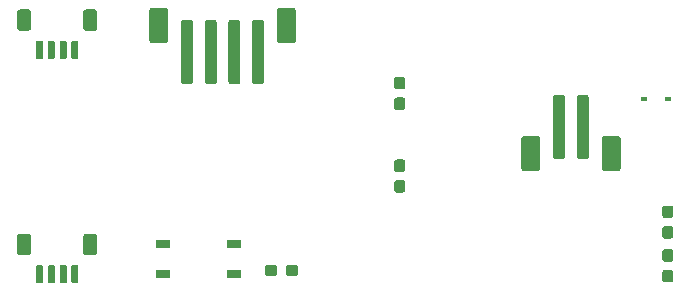
<source format=gtp>
G04 #@! TF.GenerationSoftware,KiCad,Pcbnew,(5.1.5-0)*
G04 #@! TF.CreationDate,2021-01-24T14:42:45-07:00*
G04 #@! TF.ProjectId,back_v3,6261636b-5f76-4332-9e6b-696361645f70,rev?*
G04 #@! TF.SameCoordinates,Original*
G04 #@! TF.FileFunction,Paste,Top*
G04 #@! TF.FilePolarity,Positive*
%FSLAX46Y46*%
G04 Gerber Fmt 4.6, Leading zero omitted, Abs format (unit mm)*
G04 Created by KiCad (PCBNEW (5.1.5-0)) date 2021-01-24 14:42:45*
%MOMM*%
%LPD*%
G04 APERTURE LIST*
%ADD10R,1.200000X0.800000*%
%ADD11C,0.100000*%
%ADD12R,0.600000X0.450000*%
G04 APERTURE END LIST*
D10*
X133000000Y-119730000D03*
X139000000Y-119730000D03*
X139000000Y-122270000D03*
X133000000Y-122270000D03*
D11*
G36*
X142435779Y-121526144D02*
G01*
X142458834Y-121529563D01*
X142481443Y-121535227D01*
X142503387Y-121543079D01*
X142524457Y-121553044D01*
X142544448Y-121565026D01*
X142563168Y-121578910D01*
X142580438Y-121594562D01*
X142596090Y-121611832D01*
X142609974Y-121630552D01*
X142621956Y-121650543D01*
X142631921Y-121671613D01*
X142639773Y-121693557D01*
X142645437Y-121716166D01*
X142648856Y-121739221D01*
X142650000Y-121762500D01*
X142650000Y-122237500D01*
X142648856Y-122260779D01*
X142645437Y-122283834D01*
X142639773Y-122306443D01*
X142631921Y-122328387D01*
X142621956Y-122349457D01*
X142609974Y-122369448D01*
X142596090Y-122388168D01*
X142580438Y-122405438D01*
X142563168Y-122421090D01*
X142544448Y-122434974D01*
X142524457Y-122446956D01*
X142503387Y-122456921D01*
X142481443Y-122464773D01*
X142458834Y-122470437D01*
X142435779Y-122473856D01*
X142412500Y-122475000D01*
X141837500Y-122475000D01*
X141814221Y-122473856D01*
X141791166Y-122470437D01*
X141768557Y-122464773D01*
X141746613Y-122456921D01*
X141725543Y-122446956D01*
X141705552Y-122434974D01*
X141686832Y-122421090D01*
X141669562Y-122405438D01*
X141653910Y-122388168D01*
X141640026Y-122369448D01*
X141628044Y-122349457D01*
X141618079Y-122328387D01*
X141610227Y-122306443D01*
X141604563Y-122283834D01*
X141601144Y-122260779D01*
X141600000Y-122237500D01*
X141600000Y-121762500D01*
X141601144Y-121739221D01*
X141604563Y-121716166D01*
X141610227Y-121693557D01*
X141618079Y-121671613D01*
X141628044Y-121650543D01*
X141640026Y-121630552D01*
X141653910Y-121611832D01*
X141669562Y-121594562D01*
X141686832Y-121578910D01*
X141705552Y-121565026D01*
X141725543Y-121553044D01*
X141746613Y-121543079D01*
X141768557Y-121535227D01*
X141791166Y-121529563D01*
X141814221Y-121526144D01*
X141837500Y-121525000D01*
X142412500Y-121525000D01*
X142435779Y-121526144D01*
G37*
G36*
X144185779Y-121526144D02*
G01*
X144208834Y-121529563D01*
X144231443Y-121535227D01*
X144253387Y-121543079D01*
X144274457Y-121553044D01*
X144294448Y-121565026D01*
X144313168Y-121578910D01*
X144330438Y-121594562D01*
X144346090Y-121611832D01*
X144359974Y-121630552D01*
X144371956Y-121650543D01*
X144381921Y-121671613D01*
X144389773Y-121693557D01*
X144395437Y-121716166D01*
X144398856Y-121739221D01*
X144400000Y-121762500D01*
X144400000Y-122237500D01*
X144398856Y-122260779D01*
X144395437Y-122283834D01*
X144389773Y-122306443D01*
X144381921Y-122328387D01*
X144371956Y-122349457D01*
X144359974Y-122369448D01*
X144346090Y-122388168D01*
X144330438Y-122405438D01*
X144313168Y-122421090D01*
X144294448Y-122434974D01*
X144274457Y-122446956D01*
X144253387Y-122456921D01*
X144231443Y-122464773D01*
X144208834Y-122470437D01*
X144185779Y-122473856D01*
X144162500Y-122475000D01*
X143587500Y-122475000D01*
X143564221Y-122473856D01*
X143541166Y-122470437D01*
X143518557Y-122464773D01*
X143496613Y-122456921D01*
X143475543Y-122446956D01*
X143455552Y-122434974D01*
X143436832Y-122421090D01*
X143419562Y-122405438D01*
X143403910Y-122388168D01*
X143390026Y-122369448D01*
X143378044Y-122349457D01*
X143368079Y-122328387D01*
X143360227Y-122306443D01*
X143354563Y-122283834D01*
X143351144Y-122260779D01*
X143350000Y-122237500D01*
X143350000Y-121762500D01*
X143351144Y-121739221D01*
X143354563Y-121716166D01*
X143360227Y-121693557D01*
X143368079Y-121671613D01*
X143378044Y-121650543D01*
X143390026Y-121630552D01*
X143403910Y-121611832D01*
X143419562Y-121594562D01*
X143436832Y-121578910D01*
X143455552Y-121565026D01*
X143475543Y-121553044D01*
X143496613Y-121543079D01*
X143518557Y-121535227D01*
X143541166Y-121529563D01*
X143564221Y-121526144D01*
X143587500Y-121525000D01*
X144162500Y-121525000D01*
X144185779Y-121526144D01*
G37*
G36*
X127174505Y-118901204D02*
G01*
X127198773Y-118904804D01*
X127222572Y-118910765D01*
X127245671Y-118919030D01*
X127267850Y-118929520D01*
X127288893Y-118942132D01*
X127308599Y-118956747D01*
X127326777Y-118973223D01*
X127343253Y-118991401D01*
X127357868Y-119011107D01*
X127370480Y-119032150D01*
X127380970Y-119054329D01*
X127389235Y-119077428D01*
X127395196Y-119101227D01*
X127398796Y-119125495D01*
X127400000Y-119149999D01*
X127400000Y-120450001D01*
X127398796Y-120474505D01*
X127395196Y-120498773D01*
X127389235Y-120522572D01*
X127380970Y-120545671D01*
X127370480Y-120567850D01*
X127357868Y-120588893D01*
X127343253Y-120608599D01*
X127326777Y-120626777D01*
X127308599Y-120643253D01*
X127288893Y-120657868D01*
X127267850Y-120670480D01*
X127245671Y-120680970D01*
X127222572Y-120689235D01*
X127198773Y-120695196D01*
X127174505Y-120698796D01*
X127150001Y-120700000D01*
X126449999Y-120700000D01*
X126425495Y-120698796D01*
X126401227Y-120695196D01*
X126377428Y-120689235D01*
X126354329Y-120680970D01*
X126332150Y-120670480D01*
X126311107Y-120657868D01*
X126291401Y-120643253D01*
X126273223Y-120626777D01*
X126256747Y-120608599D01*
X126242132Y-120588893D01*
X126229520Y-120567850D01*
X126219030Y-120545671D01*
X126210765Y-120522572D01*
X126204804Y-120498773D01*
X126201204Y-120474505D01*
X126200000Y-120450001D01*
X126200000Y-119149999D01*
X126201204Y-119125495D01*
X126204804Y-119101227D01*
X126210765Y-119077428D01*
X126219030Y-119054329D01*
X126229520Y-119032150D01*
X126242132Y-119011107D01*
X126256747Y-118991401D01*
X126273223Y-118973223D01*
X126291401Y-118956747D01*
X126311107Y-118942132D01*
X126332150Y-118929520D01*
X126354329Y-118919030D01*
X126377428Y-118910765D01*
X126401227Y-118904804D01*
X126425495Y-118901204D01*
X126449999Y-118900000D01*
X127150001Y-118900000D01*
X127174505Y-118901204D01*
G37*
G36*
X121574505Y-118901204D02*
G01*
X121598773Y-118904804D01*
X121622572Y-118910765D01*
X121645671Y-118919030D01*
X121667850Y-118929520D01*
X121688893Y-118942132D01*
X121708599Y-118956747D01*
X121726777Y-118973223D01*
X121743253Y-118991401D01*
X121757868Y-119011107D01*
X121770480Y-119032150D01*
X121780970Y-119054329D01*
X121789235Y-119077428D01*
X121795196Y-119101227D01*
X121798796Y-119125495D01*
X121800000Y-119149999D01*
X121800000Y-120450001D01*
X121798796Y-120474505D01*
X121795196Y-120498773D01*
X121789235Y-120522572D01*
X121780970Y-120545671D01*
X121770480Y-120567850D01*
X121757868Y-120588893D01*
X121743253Y-120608599D01*
X121726777Y-120626777D01*
X121708599Y-120643253D01*
X121688893Y-120657868D01*
X121667850Y-120670480D01*
X121645671Y-120680970D01*
X121622572Y-120689235D01*
X121598773Y-120695196D01*
X121574505Y-120698796D01*
X121550001Y-120700000D01*
X120849999Y-120700000D01*
X120825495Y-120698796D01*
X120801227Y-120695196D01*
X120777428Y-120689235D01*
X120754329Y-120680970D01*
X120732150Y-120670480D01*
X120711107Y-120657868D01*
X120691401Y-120643253D01*
X120673223Y-120626777D01*
X120656747Y-120608599D01*
X120642132Y-120588893D01*
X120629520Y-120567850D01*
X120619030Y-120545671D01*
X120610765Y-120522572D01*
X120604804Y-120498773D01*
X120601204Y-120474505D01*
X120600000Y-120450001D01*
X120600000Y-119149999D01*
X120601204Y-119125495D01*
X120604804Y-119101227D01*
X120610765Y-119077428D01*
X120619030Y-119054329D01*
X120629520Y-119032150D01*
X120642132Y-119011107D01*
X120656747Y-118991401D01*
X120673223Y-118973223D01*
X120691401Y-118956747D01*
X120711107Y-118942132D01*
X120732150Y-118929520D01*
X120754329Y-118919030D01*
X120777428Y-118910765D01*
X120801227Y-118904804D01*
X120825495Y-118901204D01*
X120849999Y-118900000D01*
X121550001Y-118900000D01*
X121574505Y-118901204D01*
G37*
G36*
X125664703Y-121550722D02*
G01*
X125679264Y-121552882D01*
X125693543Y-121556459D01*
X125707403Y-121561418D01*
X125720710Y-121567712D01*
X125733336Y-121575280D01*
X125745159Y-121584048D01*
X125756066Y-121593934D01*
X125765952Y-121604841D01*
X125774720Y-121616664D01*
X125782288Y-121629290D01*
X125788582Y-121642597D01*
X125793541Y-121656457D01*
X125797118Y-121670736D01*
X125799278Y-121685297D01*
X125800000Y-121700000D01*
X125800000Y-122950000D01*
X125799278Y-122964703D01*
X125797118Y-122979264D01*
X125793541Y-122993543D01*
X125788582Y-123007403D01*
X125782288Y-123020710D01*
X125774720Y-123033336D01*
X125765952Y-123045159D01*
X125756066Y-123056066D01*
X125745159Y-123065952D01*
X125733336Y-123074720D01*
X125720710Y-123082288D01*
X125707403Y-123088582D01*
X125693543Y-123093541D01*
X125679264Y-123097118D01*
X125664703Y-123099278D01*
X125650000Y-123100000D01*
X125350000Y-123100000D01*
X125335297Y-123099278D01*
X125320736Y-123097118D01*
X125306457Y-123093541D01*
X125292597Y-123088582D01*
X125279290Y-123082288D01*
X125266664Y-123074720D01*
X125254841Y-123065952D01*
X125243934Y-123056066D01*
X125234048Y-123045159D01*
X125225280Y-123033336D01*
X125217712Y-123020710D01*
X125211418Y-123007403D01*
X125206459Y-122993543D01*
X125202882Y-122979264D01*
X125200722Y-122964703D01*
X125200000Y-122950000D01*
X125200000Y-121700000D01*
X125200722Y-121685297D01*
X125202882Y-121670736D01*
X125206459Y-121656457D01*
X125211418Y-121642597D01*
X125217712Y-121629290D01*
X125225280Y-121616664D01*
X125234048Y-121604841D01*
X125243934Y-121593934D01*
X125254841Y-121584048D01*
X125266664Y-121575280D01*
X125279290Y-121567712D01*
X125292597Y-121561418D01*
X125306457Y-121556459D01*
X125320736Y-121552882D01*
X125335297Y-121550722D01*
X125350000Y-121550000D01*
X125650000Y-121550000D01*
X125664703Y-121550722D01*
G37*
G36*
X124664703Y-121550722D02*
G01*
X124679264Y-121552882D01*
X124693543Y-121556459D01*
X124707403Y-121561418D01*
X124720710Y-121567712D01*
X124733336Y-121575280D01*
X124745159Y-121584048D01*
X124756066Y-121593934D01*
X124765952Y-121604841D01*
X124774720Y-121616664D01*
X124782288Y-121629290D01*
X124788582Y-121642597D01*
X124793541Y-121656457D01*
X124797118Y-121670736D01*
X124799278Y-121685297D01*
X124800000Y-121700000D01*
X124800000Y-122950000D01*
X124799278Y-122964703D01*
X124797118Y-122979264D01*
X124793541Y-122993543D01*
X124788582Y-123007403D01*
X124782288Y-123020710D01*
X124774720Y-123033336D01*
X124765952Y-123045159D01*
X124756066Y-123056066D01*
X124745159Y-123065952D01*
X124733336Y-123074720D01*
X124720710Y-123082288D01*
X124707403Y-123088582D01*
X124693543Y-123093541D01*
X124679264Y-123097118D01*
X124664703Y-123099278D01*
X124650000Y-123100000D01*
X124350000Y-123100000D01*
X124335297Y-123099278D01*
X124320736Y-123097118D01*
X124306457Y-123093541D01*
X124292597Y-123088582D01*
X124279290Y-123082288D01*
X124266664Y-123074720D01*
X124254841Y-123065952D01*
X124243934Y-123056066D01*
X124234048Y-123045159D01*
X124225280Y-123033336D01*
X124217712Y-123020710D01*
X124211418Y-123007403D01*
X124206459Y-122993543D01*
X124202882Y-122979264D01*
X124200722Y-122964703D01*
X124200000Y-122950000D01*
X124200000Y-121700000D01*
X124200722Y-121685297D01*
X124202882Y-121670736D01*
X124206459Y-121656457D01*
X124211418Y-121642597D01*
X124217712Y-121629290D01*
X124225280Y-121616664D01*
X124234048Y-121604841D01*
X124243934Y-121593934D01*
X124254841Y-121584048D01*
X124266664Y-121575280D01*
X124279290Y-121567712D01*
X124292597Y-121561418D01*
X124306457Y-121556459D01*
X124320736Y-121552882D01*
X124335297Y-121550722D01*
X124350000Y-121550000D01*
X124650000Y-121550000D01*
X124664703Y-121550722D01*
G37*
G36*
X123664703Y-121550722D02*
G01*
X123679264Y-121552882D01*
X123693543Y-121556459D01*
X123707403Y-121561418D01*
X123720710Y-121567712D01*
X123733336Y-121575280D01*
X123745159Y-121584048D01*
X123756066Y-121593934D01*
X123765952Y-121604841D01*
X123774720Y-121616664D01*
X123782288Y-121629290D01*
X123788582Y-121642597D01*
X123793541Y-121656457D01*
X123797118Y-121670736D01*
X123799278Y-121685297D01*
X123800000Y-121700000D01*
X123800000Y-122950000D01*
X123799278Y-122964703D01*
X123797118Y-122979264D01*
X123793541Y-122993543D01*
X123788582Y-123007403D01*
X123782288Y-123020710D01*
X123774720Y-123033336D01*
X123765952Y-123045159D01*
X123756066Y-123056066D01*
X123745159Y-123065952D01*
X123733336Y-123074720D01*
X123720710Y-123082288D01*
X123707403Y-123088582D01*
X123693543Y-123093541D01*
X123679264Y-123097118D01*
X123664703Y-123099278D01*
X123650000Y-123100000D01*
X123350000Y-123100000D01*
X123335297Y-123099278D01*
X123320736Y-123097118D01*
X123306457Y-123093541D01*
X123292597Y-123088582D01*
X123279290Y-123082288D01*
X123266664Y-123074720D01*
X123254841Y-123065952D01*
X123243934Y-123056066D01*
X123234048Y-123045159D01*
X123225280Y-123033336D01*
X123217712Y-123020710D01*
X123211418Y-123007403D01*
X123206459Y-122993543D01*
X123202882Y-122979264D01*
X123200722Y-122964703D01*
X123200000Y-122950000D01*
X123200000Y-121700000D01*
X123200722Y-121685297D01*
X123202882Y-121670736D01*
X123206459Y-121656457D01*
X123211418Y-121642597D01*
X123217712Y-121629290D01*
X123225280Y-121616664D01*
X123234048Y-121604841D01*
X123243934Y-121593934D01*
X123254841Y-121584048D01*
X123266664Y-121575280D01*
X123279290Y-121567712D01*
X123292597Y-121561418D01*
X123306457Y-121556459D01*
X123320736Y-121552882D01*
X123335297Y-121550722D01*
X123350000Y-121550000D01*
X123650000Y-121550000D01*
X123664703Y-121550722D01*
G37*
G36*
X122664703Y-121550722D02*
G01*
X122679264Y-121552882D01*
X122693543Y-121556459D01*
X122707403Y-121561418D01*
X122720710Y-121567712D01*
X122733336Y-121575280D01*
X122745159Y-121584048D01*
X122756066Y-121593934D01*
X122765952Y-121604841D01*
X122774720Y-121616664D01*
X122782288Y-121629290D01*
X122788582Y-121642597D01*
X122793541Y-121656457D01*
X122797118Y-121670736D01*
X122799278Y-121685297D01*
X122800000Y-121700000D01*
X122800000Y-122950000D01*
X122799278Y-122964703D01*
X122797118Y-122979264D01*
X122793541Y-122993543D01*
X122788582Y-123007403D01*
X122782288Y-123020710D01*
X122774720Y-123033336D01*
X122765952Y-123045159D01*
X122756066Y-123056066D01*
X122745159Y-123065952D01*
X122733336Y-123074720D01*
X122720710Y-123082288D01*
X122707403Y-123088582D01*
X122693543Y-123093541D01*
X122679264Y-123097118D01*
X122664703Y-123099278D01*
X122650000Y-123100000D01*
X122350000Y-123100000D01*
X122335297Y-123099278D01*
X122320736Y-123097118D01*
X122306457Y-123093541D01*
X122292597Y-123088582D01*
X122279290Y-123082288D01*
X122266664Y-123074720D01*
X122254841Y-123065952D01*
X122243934Y-123056066D01*
X122234048Y-123045159D01*
X122225280Y-123033336D01*
X122217712Y-123020710D01*
X122211418Y-123007403D01*
X122206459Y-122993543D01*
X122202882Y-122979264D01*
X122200722Y-122964703D01*
X122200000Y-122950000D01*
X122200000Y-121700000D01*
X122200722Y-121685297D01*
X122202882Y-121670736D01*
X122206459Y-121656457D01*
X122211418Y-121642597D01*
X122217712Y-121629290D01*
X122225280Y-121616664D01*
X122234048Y-121604841D01*
X122243934Y-121593934D01*
X122254841Y-121584048D01*
X122266664Y-121575280D01*
X122279290Y-121567712D01*
X122292597Y-121561418D01*
X122306457Y-121556459D01*
X122320736Y-121552882D01*
X122335297Y-121550722D01*
X122350000Y-121550000D01*
X122650000Y-121550000D01*
X122664703Y-121550722D01*
G37*
G36*
X175960779Y-116501144D02*
G01*
X175983834Y-116504563D01*
X176006443Y-116510227D01*
X176028387Y-116518079D01*
X176049457Y-116528044D01*
X176069448Y-116540026D01*
X176088168Y-116553910D01*
X176105438Y-116569562D01*
X176121090Y-116586832D01*
X176134974Y-116605552D01*
X176146956Y-116625543D01*
X176156921Y-116646613D01*
X176164773Y-116668557D01*
X176170437Y-116691166D01*
X176173856Y-116714221D01*
X176175000Y-116737500D01*
X176175000Y-117312500D01*
X176173856Y-117335779D01*
X176170437Y-117358834D01*
X176164773Y-117381443D01*
X176156921Y-117403387D01*
X176146956Y-117424457D01*
X176134974Y-117444448D01*
X176121090Y-117463168D01*
X176105438Y-117480438D01*
X176088168Y-117496090D01*
X176069448Y-117509974D01*
X176049457Y-117521956D01*
X176028387Y-117531921D01*
X176006443Y-117539773D01*
X175983834Y-117545437D01*
X175960779Y-117548856D01*
X175937500Y-117550000D01*
X175462500Y-117550000D01*
X175439221Y-117548856D01*
X175416166Y-117545437D01*
X175393557Y-117539773D01*
X175371613Y-117531921D01*
X175350543Y-117521956D01*
X175330552Y-117509974D01*
X175311832Y-117496090D01*
X175294562Y-117480438D01*
X175278910Y-117463168D01*
X175265026Y-117444448D01*
X175253044Y-117424457D01*
X175243079Y-117403387D01*
X175235227Y-117381443D01*
X175229563Y-117358834D01*
X175226144Y-117335779D01*
X175225000Y-117312500D01*
X175225000Y-116737500D01*
X175226144Y-116714221D01*
X175229563Y-116691166D01*
X175235227Y-116668557D01*
X175243079Y-116646613D01*
X175253044Y-116625543D01*
X175265026Y-116605552D01*
X175278910Y-116586832D01*
X175294562Y-116569562D01*
X175311832Y-116553910D01*
X175330552Y-116540026D01*
X175350543Y-116528044D01*
X175371613Y-116518079D01*
X175393557Y-116510227D01*
X175416166Y-116504563D01*
X175439221Y-116501144D01*
X175462500Y-116500000D01*
X175937500Y-116500000D01*
X175960779Y-116501144D01*
G37*
G36*
X175960779Y-118251144D02*
G01*
X175983834Y-118254563D01*
X176006443Y-118260227D01*
X176028387Y-118268079D01*
X176049457Y-118278044D01*
X176069448Y-118290026D01*
X176088168Y-118303910D01*
X176105438Y-118319562D01*
X176121090Y-118336832D01*
X176134974Y-118355552D01*
X176146956Y-118375543D01*
X176156921Y-118396613D01*
X176164773Y-118418557D01*
X176170437Y-118441166D01*
X176173856Y-118464221D01*
X176175000Y-118487500D01*
X176175000Y-119062500D01*
X176173856Y-119085779D01*
X176170437Y-119108834D01*
X176164773Y-119131443D01*
X176156921Y-119153387D01*
X176146956Y-119174457D01*
X176134974Y-119194448D01*
X176121090Y-119213168D01*
X176105438Y-119230438D01*
X176088168Y-119246090D01*
X176069448Y-119259974D01*
X176049457Y-119271956D01*
X176028387Y-119281921D01*
X176006443Y-119289773D01*
X175983834Y-119295437D01*
X175960779Y-119298856D01*
X175937500Y-119300000D01*
X175462500Y-119300000D01*
X175439221Y-119298856D01*
X175416166Y-119295437D01*
X175393557Y-119289773D01*
X175371613Y-119281921D01*
X175350543Y-119271956D01*
X175330552Y-119259974D01*
X175311832Y-119246090D01*
X175294562Y-119230438D01*
X175278910Y-119213168D01*
X175265026Y-119194448D01*
X175253044Y-119174457D01*
X175243079Y-119153387D01*
X175235227Y-119131443D01*
X175229563Y-119108834D01*
X175226144Y-119085779D01*
X175225000Y-119062500D01*
X175225000Y-118487500D01*
X175226144Y-118464221D01*
X175229563Y-118441166D01*
X175235227Y-118418557D01*
X175243079Y-118396613D01*
X175253044Y-118375543D01*
X175265026Y-118355552D01*
X175278910Y-118336832D01*
X175294562Y-118319562D01*
X175311832Y-118303910D01*
X175330552Y-118290026D01*
X175350543Y-118278044D01*
X175371613Y-118268079D01*
X175393557Y-118260227D01*
X175416166Y-118254563D01*
X175439221Y-118251144D01*
X175462500Y-118250000D01*
X175937500Y-118250000D01*
X175960779Y-118251144D01*
G37*
G36*
X175960779Y-120201144D02*
G01*
X175983834Y-120204563D01*
X176006443Y-120210227D01*
X176028387Y-120218079D01*
X176049457Y-120228044D01*
X176069448Y-120240026D01*
X176088168Y-120253910D01*
X176105438Y-120269562D01*
X176121090Y-120286832D01*
X176134974Y-120305552D01*
X176146956Y-120325543D01*
X176156921Y-120346613D01*
X176164773Y-120368557D01*
X176170437Y-120391166D01*
X176173856Y-120414221D01*
X176175000Y-120437500D01*
X176175000Y-121012500D01*
X176173856Y-121035779D01*
X176170437Y-121058834D01*
X176164773Y-121081443D01*
X176156921Y-121103387D01*
X176146956Y-121124457D01*
X176134974Y-121144448D01*
X176121090Y-121163168D01*
X176105438Y-121180438D01*
X176088168Y-121196090D01*
X176069448Y-121209974D01*
X176049457Y-121221956D01*
X176028387Y-121231921D01*
X176006443Y-121239773D01*
X175983834Y-121245437D01*
X175960779Y-121248856D01*
X175937500Y-121250000D01*
X175462500Y-121250000D01*
X175439221Y-121248856D01*
X175416166Y-121245437D01*
X175393557Y-121239773D01*
X175371613Y-121231921D01*
X175350543Y-121221956D01*
X175330552Y-121209974D01*
X175311832Y-121196090D01*
X175294562Y-121180438D01*
X175278910Y-121163168D01*
X175265026Y-121144448D01*
X175253044Y-121124457D01*
X175243079Y-121103387D01*
X175235227Y-121081443D01*
X175229563Y-121058834D01*
X175226144Y-121035779D01*
X175225000Y-121012500D01*
X175225000Y-120437500D01*
X175226144Y-120414221D01*
X175229563Y-120391166D01*
X175235227Y-120368557D01*
X175243079Y-120346613D01*
X175253044Y-120325543D01*
X175265026Y-120305552D01*
X175278910Y-120286832D01*
X175294562Y-120269562D01*
X175311832Y-120253910D01*
X175330552Y-120240026D01*
X175350543Y-120228044D01*
X175371613Y-120218079D01*
X175393557Y-120210227D01*
X175416166Y-120204563D01*
X175439221Y-120201144D01*
X175462500Y-120200000D01*
X175937500Y-120200000D01*
X175960779Y-120201144D01*
G37*
G36*
X175960779Y-121951144D02*
G01*
X175983834Y-121954563D01*
X176006443Y-121960227D01*
X176028387Y-121968079D01*
X176049457Y-121978044D01*
X176069448Y-121990026D01*
X176088168Y-122003910D01*
X176105438Y-122019562D01*
X176121090Y-122036832D01*
X176134974Y-122055552D01*
X176146956Y-122075543D01*
X176156921Y-122096613D01*
X176164773Y-122118557D01*
X176170437Y-122141166D01*
X176173856Y-122164221D01*
X176175000Y-122187500D01*
X176175000Y-122762500D01*
X176173856Y-122785779D01*
X176170437Y-122808834D01*
X176164773Y-122831443D01*
X176156921Y-122853387D01*
X176146956Y-122874457D01*
X176134974Y-122894448D01*
X176121090Y-122913168D01*
X176105438Y-122930438D01*
X176088168Y-122946090D01*
X176069448Y-122959974D01*
X176049457Y-122971956D01*
X176028387Y-122981921D01*
X176006443Y-122989773D01*
X175983834Y-122995437D01*
X175960779Y-122998856D01*
X175937500Y-123000000D01*
X175462500Y-123000000D01*
X175439221Y-122998856D01*
X175416166Y-122995437D01*
X175393557Y-122989773D01*
X175371613Y-122981921D01*
X175350543Y-122971956D01*
X175330552Y-122959974D01*
X175311832Y-122946090D01*
X175294562Y-122930438D01*
X175278910Y-122913168D01*
X175265026Y-122894448D01*
X175253044Y-122874457D01*
X175243079Y-122853387D01*
X175235227Y-122831443D01*
X175229563Y-122808834D01*
X175226144Y-122785779D01*
X175225000Y-122762500D01*
X175225000Y-122187500D01*
X175226144Y-122164221D01*
X175229563Y-122141166D01*
X175235227Y-122118557D01*
X175243079Y-122096613D01*
X175253044Y-122075543D01*
X175265026Y-122055552D01*
X175278910Y-122036832D01*
X175294562Y-122019562D01*
X175311832Y-122003910D01*
X175330552Y-121990026D01*
X175350543Y-121978044D01*
X175371613Y-121968079D01*
X175393557Y-121960227D01*
X175416166Y-121954563D01*
X175439221Y-121951144D01*
X175462500Y-121950000D01*
X175937500Y-121950000D01*
X175960779Y-121951144D01*
G37*
D12*
X173650000Y-107500000D03*
X175750000Y-107500000D03*
D11*
G36*
X153260779Y-114351144D02*
G01*
X153283834Y-114354563D01*
X153306443Y-114360227D01*
X153328387Y-114368079D01*
X153349457Y-114378044D01*
X153369448Y-114390026D01*
X153388168Y-114403910D01*
X153405438Y-114419562D01*
X153421090Y-114436832D01*
X153434974Y-114455552D01*
X153446956Y-114475543D01*
X153456921Y-114496613D01*
X153464773Y-114518557D01*
X153470437Y-114541166D01*
X153473856Y-114564221D01*
X153475000Y-114587500D01*
X153475000Y-115162500D01*
X153473856Y-115185779D01*
X153470437Y-115208834D01*
X153464773Y-115231443D01*
X153456921Y-115253387D01*
X153446956Y-115274457D01*
X153434974Y-115294448D01*
X153421090Y-115313168D01*
X153405438Y-115330438D01*
X153388168Y-115346090D01*
X153369448Y-115359974D01*
X153349457Y-115371956D01*
X153328387Y-115381921D01*
X153306443Y-115389773D01*
X153283834Y-115395437D01*
X153260779Y-115398856D01*
X153237500Y-115400000D01*
X152762500Y-115400000D01*
X152739221Y-115398856D01*
X152716166Y-115395437D01*
X152693557Y-115389773D01*
X152671613Y-115381921D01*
X152650543Y-115371956D01*
X152630552Y-115359974D01*
X152611832Y-115346090D01*
X152594562Y-115330438D01*
X152578910Y-115313168D01*
X152565026Y-115294448D01*
X152553044Y-115274457D01*
X152543079Y-115253387D01*
X152535227Y-115231443D01*
X152529563Y-115208834D01*
X152526144Y-115185779D01*
X152525000Y-115162500D01*
X152525000Y-114587500D01*
X152526144Y-114564221D01*
X152529563Y-114541166D01*
X152535227Y-114518557D01*
X152543079Y-114496613D01*
X152553044Y-114475543D01*
X152565026Y-114455552D01*
X152578910Y-114436832D01*
X152594562Y-114419562D01*
X152611832Y-114403910D01*
X152630552Y-114390026D01*
X152650543Y-114378044D01*
X152671613Y-114368079D01*
X152693557Y-114360227D01*
X152716166Y-114354563D01*
X152739221Y-114351144D01*
X152762500Y-114350000D01*
X153237500Y-114350000D01*
X153260779Y-114351144D01*
G37*
G36*
X153260779Y-112601144D02*
G01*
X153283834Y-112604563D01*
X153306443Y-112610227D01*
X153328387Y-112618079D01*
X153349457Y-112628044D01*
X153369448Y-112640026D01*
X153388168Y-112653910D01*
X153405438Y-112669562D01*
X153421090Y-112686832D01*
X153434974Y-112705552D01*
X153446956Y-112725543D01*
X153456921Y-112746613D01*
X153464773Y-112768557D01*
X153470437Y-112791166D01*
X153473856Y-112814221D01*
X153475000Y-112837500D01*
X153475000Y-113412500D01*
X153473856Y-113435779D01*
X153470437Y-113458834D01*
X153464773Y-113481443D01*
X153456921Y-113503387D01*
X153446956Y-113524457D01*
X153434974Y-113544448D01*
X153421090Y-113563168D01*
X153405438Y-113580438D01*
X153388168Y-113596090D01*
X153369448Y-113609974D01*
X153349457Y-113621956D01*
X153328387Y-113631921D01*
X153306443Y-113639773D01*
X153283834Y-113645437D01*
X153260779Y-113648856D01*
X153237500Y-113650000D01*
X152762500Y-113650000D01*
X152739221Y-113648856D01*
X152716166Y-113645437D01*
X152693557Y-113639773D01*
X152671613Y-113631921D01*
X152650543Y-113621956D01*
X152630552Y-113609974D01*
X152611832Y-113596090D01*
X152594562Y-113580438D01*
X152578910Y-113563168D01*
X152565026Y-113544448D01*
X152553044Y-113524457D01*
X152543079Y-113503387D01*
X152535227Y-113481443D01*
X152529563Y-113458834D01*
X152526144Y-113435779D01*
X152525000Y-113412500D01*
X152525000Y-112837500D01*
X152526144Y-112814221D01*
X152529563Y-112791166D01*
X152535227Y-112768557D01*
X152543079Y-112746613D01*
X152553044Y-112725543D01*
X152565026Y-112705552D01*
X152578910Y-112686832D01*
X152594562Y-112669562D01*
X152611832Y-112653910D01*
X152630552Y-112640026D01*
X152650543Y-112628044D01*
X152671613Y-112618079D01*
X152693557Y-112610227D01*
X152716166Y-112604563D01*
X152739221Y-112601144D01*
X152762500Y-112600000D01*
X153237500Y-112600000D01*
X153260779Y-112601144D01*
G37*
G36*
X153260779Y-107351144D02*
G01*
X153283834Y-107354563D01*
X153306443Y-107360227D01*
X153328387Y-107368079D01*
X153349457Y-107378044D01*
X153369448Y-107390026D01*
X153388168Y-107403910D01*
X153405438Y-107419562D01*
X153421090Y-107436832D01*
X153434974Y-107455552D01*
X153446956Y-107475543D01*
X153456921Y-107496613D01*
X153464773Y-107518557D01*
X153470437Y-107541166D01*
X153473856Y-107564221D01*
X153475000Y-107587500D01*
X153475000Y-108162500D01*
X153473856Y-108185779D01*
X153470437Y-108208834D01*
X153464773Y-108231443D01*
X153456921Y-108253387D01*
X153446956Y-108274457D01*
X153434974Y-108294448D01*
X153421090Y-108313168D01*
X153405438Y-108330438D01*
X153388168Y-108346090D01*
X153369448Y-108359974D01*
X153349457Y-108371956D01*
X153328387Y-108381921D01*
X153306443Y-108389773D01*
X153283834Y-108395437D01*
X153260779Y-108398856D01*
X153237500Y-108400000D01*
X152762500Y-108400000D01*
X152739221Y-108398856D01*
X152716166Y-108395437D01*
X152693557Y-108389773D01*
X152671613Y-108381921D01*
X152650543Y-108371956D01*
X152630552Y-108359974D01*
X152611832Y-108346090D01*
X152594562Y-108330438D01*
X152578910Y-108313168D01*
X152565026Y-108294448D01*
X152553044Y-108274457D01*
X152543079Y-108253387D01*
X152535227Y-108231443D01*
X152529563Y-108208834D01*
X152526144Y-108185779D01*
X152525000Y-108162500D01*
X152525000Y-107587500D01*
X152526144Y-107564221D01*
X152529563Y-107541166D01*
X152535227Y-107518557D01*
X152543079Y-107496613D01*
X152553044Y-107475543D01*
X152565026Y-107455552D01*
X152578910Y-107436832D01*
X152594562Y-107419562D01*
X152611832Y-107403910D01*
X152630552Y-107390026D01*
X152650543Y-107378044D01*
X152671613Y-107368079D01*
X152693557Y-107360227D01*
X152716166Y-107354563D01*
X152739221Y-107351144D01*
X152762500Y-107350000D01*
X153237500Y-107350000D01*
X153260779Y-107351144D01*
G37*
G36*
X153260779Y-105601144D02*
G01*
X153283834Y-105604563D01*
X153306443Y-105610227D01*
X153328387Y-105618079D01*
X153349457Y-105628044D01*
X153369448Y-105640026D01*
X153388168Y-105653910D01*
X153405438Y-105669562D01*
X153421090Y-105686832D01*
X153434974Y-105705552D01*
X153446956Y-105725543D01*
X153456921Y-105746613D01*
X153464773Y-105768557D01*
X153470437Y-105791166D01*
X153473856Y-105814221D01*
X153475000Y-105837500D01*
X153475000Y-106412500D01*
X153473856Y-106435779D01*
X153470437Y-106458834D01*
X153464773Y-106481443D01*
X153456921Y-106503387D01*
X153446956Y-106524457D01*
X153434974Y-106544448D01*
X153421090Y-106563168D01*
X153405438Y-106580438D01*
X153388168Y-106596090D01*
X153369448Y-106609974D01*
X153349457Y-106621956D01*
X153328387Y-106631921D01*
X153306443Y-106639773D01*
X153283834Y-106645437D01*
X153260779Y-106648856D01*
X153237500Y-106650000D01*
X152762500Y-106650000D01*
X152739221Y-106648856D01*
X152716166Y-106645437D01*
X152693557Y-106639773D01*
X152671613Y-106631921D01*
X152650543Y-106621956D01*
X152630552Y-106609974D01*
X152611832Y-106596090D01*
X152594562Y-106580438D01*
X152578910Y-106563168D01*
X152565026Y-106544448D01*
X152553044Y-106524457D01*
X152543079Y-106503387D01*
X152535227Y-106481443D01*
X152529563Y-106458834D01*
X152526144Y-106435779D01*
X152525000Y-106412500D01*
X152525000Y-105837500D01*
X152526144Y-105814221D01*
X152529563Y-105791166D01*
X152535227Y-105768557D01*
X152543079Y-105746613D01*
X152553044Y-105725543D01*
X152565026Y-105705552D01*
X152578910Y-105686832D01*
X152594562Y-105669562D01*
X152611832Y-105653910D01*
X152630552Y-105640026D01*
X152650543Y-105628044D01*
X152671613Y-105618079D01*
X152693557Y-105610227D01*
X152716166Y-105604563D01*
X152739221Y-105601144D01*
X152762500Y-105600000D01*
X153237500Y-105600000D01*
X153260779Y-105601144D01*
G37*
G36*
X127174505Y-99901204D02*
G01*
X127198773Y-99904804D01*
X127222572Y-99910765D01*
X127245671Y-99919030D01*
X127267850Y-99929520D01*
X127288893Y-99942132D01*
X127308599Y-99956747D01*
X127326777Y-99973223D01*
X127343253Y-99991401D01*
X127357868Y-100011107D01*
X127370480Y-100032150D01*
X127380970Y-100054329D01*
X127389235Y-100077428D01*
X127395196Y-100101227D01*
X127398796Y-100125495D01*
X127400000Y-100149999D01*
X127400000Y-101450001D01*
X127398796Y-101474505D01*
X127395196Y-101498773D01*
X127389235Y-101522572D01*
X127380970Y-101545671D01*
X127370480Y-101567850D01*
X127357868Y-101588893D01*
X127343253Y-101608599D01*
X127326777Y-101626777D01*
X127308599Y-101643253D01*
X127288893Y-101657868D01*
X127267850Y-101670480D01*
X127245671Y-101680970D01*
X127222572Y-101689235D01*
X127198773Y-101695196D01*
X127174505Y-101698796D01*
X127150001Y-101700000D01*
X126449999Y-101700000D01*
X126425495Y-101698796D01*
X126401227Y-101695196D01*
X126377428Y-101689235D01*
X126354329Y-101680970D01*
X126332150Y-101670480D01*
X126311107Y-101657868D01*
X126291401Y-101643253D01*
X126273223Y-101626777D01*
X126256747Y-101608599D01*
X126242132Y-101588893D01*
X126229520Y-101567850D01*
X126219030Y-101545671D01*
X126210765Y-101522572D01*
X126204804Y-101498773D01*
X126201204Y-101474505D01*
X126200000Y-101450001D01*
X126200000Y-100149999D01*
X126201204Y-100125495D01*
X126204804Y-100101227D01*
X126210765Y-100077428D01*
X126219030Y-100054329D01*
X126229520Y-100032150D01*
X126242132Y-100011107D01*
X126256747Y-99991401D01*
X126273223Y-99973223D01*
X126291401Y-99956747D01*
X126311107Y-99942132D01*
X126332150Y-99929520D01*
X126354329Y-99919030D01*
X126377428Y-99910765D01*
X126401227Y-99904804D01*
X126425495Y-99901204D01*
X126449999Y-99900000D01*
X127150001Y-99900000D01*
X127174505Y-99901204D01*
G37*
G36*
X121574505Y-99901204D02*
G01*
X121598773Y-99904804D01*
X121622572Y-99910765D01*
X121645671Y-99919030D01*
X121667850Y-99929520D01*
X121688893Y-99942132D01*
X121708599Y-99956747D01*
X121726777Y-99973223D01*
X121743253Y-99991401D01*
X121757868Y-100011107D01*
X121770480Y-100032150D01*
X121780970Y-100054329D01*
X121789235Y-100077428D01*
X121795196Y-100101227D01*
X121798796Y-100125495D01*
X121800000Y-100149999D01*
X121800000Y-101450001D01*
X121798796Y-101474505D01*
X121795196Y-101498773D01*
X121789235Y-101522572D01*
X121780970Y-101545671D01*
X121770480Y-101567850D01*
X121757868Y-101588893D01*
X121743253Y-101608599D01*
X121726777Y-101626777D01*
X121708599Y-101643253D01*
X121688893Y-101657868D01*
X121667850Y-101670480D01*
X121645671Y-101680970D01*
X121622572Y-101689235D01*
X121598773Y-101695196D01*
X121574505Y-101698796D01*
X121550001Y-101700000D01*
X120849999Y-101700000D01*
X120825495Y-101698796D01*
X120801227Y-101695196D01*
X120777428Y-101689235D01*
X120754329Y-101680970D01*
X120732150Y-101670480D01*
X120711107Y-101657868D01*
X120691401Y-101643253D01*
X120673223Y-101626777D01*
X120656747Y-101608599D01*
X120642132Y-101588893D01*
X120629520Y-101567850D01*
X120619030Y-101545671D01*
X120610765Y-101522572D01*
X120604804Y-101498773D01*
X120601204Y-101474505D01*
X120600000Y-101450001D01*
X120600000Y-100149999D01*
X120601204Y-100125495D01*
X120604804Y-100101227D01*
X120610765Y-100077428D01*
X120619030Y-100054329D01*
X120629520Y-100032150D01*
X120642132Y-100011107D01*
X120656747Y-99991401D01*
X120673223Y-99973223D01*
X120691401Y-99956747D01*
X120711107Y-99942132D01*
X120732150Y-99929520D01*
X120754329Y-99919030D01*
X120777428Y-99910765D01*
X120801227Y-99904804D01*
X120825495Y-99901204D01*
X120849999Y-99900000D01*
X121550001Y-99900000D01*
X121574505Y-99901204D01*
G37*
G36*
X125664703Y-102550722D02*
G01*
X125679264Y-102552882D01*
X125693543Y-102556459D01*
X125707403Y-102561418D01*
X125720710Y-102567712D01*
X125733336Y-102575280D01*
X125745159Y-102584048D01*
X125756066Y-102593934D01*
X125765952Y-102604841D01*
X125774720Y-102616664D01*
X125782288Y-102629290D01*
X125788582Y-102642597D01*
X125793541Y-102656457D01*
X125797118Y-102670736D01*
X125799278Y-102685297D01*
X125800000Y-102700000D01*
X125800000Y-103950000D01*
X125799278Y-103964703D01*
X125797118Y-103979264D01*
X125793541Y-103993543D01*
X125788582Y-104007403D01*
X125782288Y-104020710D01*
X125774720Y-104033336D01*
X125765952Y-104045159D01*
X125756066Y-104056066D01*
X125745159Y-104065952D01*
X125733336Y-104074720D01*
X125720710Y-104082288D01*
X125707403Y-104088582D01*
X125693543Y-104093541D01*
X125679264Y-104097118D01*
X125664703Y-104099278D01*
X125650000Y-104100000D01*
X125350000Y-104100000D01*
X125335297Y-104099278D01*
X125320736Y-104097118D01*
X125306457Y-104093541D01*
X125292597Y-104088582D01*
X125279290Y-104082288D01*
X125266664Y-104074720D01*
X125254841Y-104065952D01*
X125243934Y-104056066D01*
X125234048Y-104045159D01*
X125225280Y-104033336D01*
X125217712Y-104020710D01*
X125211418Y-104007403D01*
X125206459Y-103993543D01*
X125202882Y-103979264D01*
X125200722Y-103964703D01*
X125200000Y-103950000D01*
X125200000Y-102700000D01*
X125200722Y-102685297D01*
X125202882Y-102670736D01*
X125206459Y-102656457D01*
X125211418Y-102642597D01*
X125217712Y-102629290D01*
X125225280Y-102616664D01*
X125234048Y-102604841D01*
X125243934Y-102593934D01*
X125254841Y-102584048D01*
X125266664Y-102575280D01*
X125279290Y-102567712D01*
X125292597Y-102561418D01*
X125306457Y-102556459D01*
X125320736Y-102552882D01*
X125335297Y-102550722D01*
X125350000Y-102550000D01*
X125650000Y-102550000D01*
X125664703Y-102550722D01*
G37*
G36*
X124664703Y-102550722D02*
G01*
X124679264Y-102552882D01*
X124693543Y-102556459D01*
X124707403Y-102561418D01*
X124720710Y-102567712D01*
X124733336Y-102575280D01*
X124745159Y-102584048D01*
X124756066Y-102593934D01*
X124765952Y-102604841D01*
X124774720Y-102616664D01*
X124782288Y-102629290D01*
X124788582Y-102642597D01*
X124793541Y-102656457D01*
X124797118Y-102670736D01*
X124799278Y-102685297D01*
X124800000Y-102700000D01*
X124800000Y-103950000D01*
X124799278Y-103964703D01*
X124797118Y-103979264D01*
X124793541Y-103993543D01*
X124788582Y-104007403D01*
X124782288Y-104020710D01*
X124774720Y-104033336D01*
X124765952Y-104045159D01*
X124756066Y-104056066D01*
X124745159Y-104065952D01*
X124733336Y-104074720D01*
X124720710Y-104082288D01*
X124707403Y-104088582D01*
X124693543Y-104093541D01*
X124679264Y-104097118D01*
X124664703Y-104099278D01*
X124650000Y-104100000D01*
X124350000Y-104100000D01*
X124335297Y-104099278D01*
X124320736Y-104097118D01*
X124306457Y-104093541D01*
X124292597Y-104088582D01*
X124279290Y-104082288D01*
X124266664Y-104074720D01*
X124254841Y-104065952D01*
X124243934Y-104056066D01*
X124234048Y-104045159D01*
X124225280Y-104033336D01*
X124217712Y-104020710D01*
X124211418Y-104007403D01*
X124206459Y-103993543D01*
X124202882Y-103979264D01*
X124200722Y-103964703D01*
X124200000Y-103950000D01*
X124200000Y-102700000D01*
X124200722Y-102685297D01*
X124202882Y-102670736D01*
X124206459Y-102656457D01*
X124211418Y-102642597D01*
X124217712Y-102629290D01*
X124225280Y-102616664D01*
X124234048Y-102604841D01*
X124243934Y-102593934D01*
X124254841Y-102584048D01*
X124266664Y-102575280D01*
X124279290Y-102567712D01*
X124292597Y-102561418D01*
X124306457Y-102556459D01*
X124320736Y-102552882D01*
X124335297Y-102550722D01*
X124350000Y-102550000D01*
X124650000Y-102550000D01*
X124664703Y-102550722D01*
G37*
G36*
X123664703Y-102550722D02*
G01*
X123679264Y-102552882D01*
X123693543Y-102556459D01*
X123707403Y-102561418D01*
X123720710Y-102567712D01*
X123733336Y-102575280D01*
X123745159Y-102584048D01*
X123756066Y-102593934D01*
X123765952Y-102604841D01*
X123774720Y-102616664D01*
X123782288Y-102629290D01*
X123788582Y-102642597D01*
X123793541Y-102656457D01*
X123797118Y-102670736D01*
X123799278Y-102685297D01*
X123800000Y-102700000D01*
X123800000Y-103950000D01*
X123799278Y-103964703D01*
X123797118Y-103979264D01*
X123793541Y-103993543D01*
X123788582Y-104007403D01*
X123782288Y-104020710D01*
X123774720Y-104033336D01*
X123765952Y-104045159D01*
X123756066Y-104056066D01*
X123745159Y-104065952D01*
X123733336Y-104074720D01*
X123720710Y-104082288D01*
X123707403Y-104088582D01*
X123693543Y-104093541D01*
X123679264Y-104097118D01*
X123664703Y-104099278D01*
X123650000Y-104100000D01*
X123350000Y-104100000D01*
X123335297Y-104099278D01*
X123320736Y-104097118D01*
X123306457Y-104093541D01*
X123292597Y-104088582D01*
X123279290Y-104082288D01*
X123266664Y-104074720D01*
X123254841Y-104065952D01*
X123243934Y-104056066D01*
X123234048Y-104045159D01*
X123225280Y-104033336D01*
X123217712Y-104020710D01*
X123211418Y-104007403D01*
X123206459Y-103993543D01*
X123202882Y-103979264D01*
X123200722Y-103964703D01*
X123200000Y-103950000D01*
X123200000Y-102700000D01*
X123200722Y-102685297D01*
X123202882Y-102670736D01*
X123206459Y-102656457D01*
X123211418Y-102642597D01*
X123217712Y-102629290D01*
X123225280Y-102616664D01*
X123234048Y-102604841D01*
X123243934Y-102593934D01*
X123254841Y-102584048D01*
X123266664Y-102575280D01*
X123279290Y-102567712D01*
X123292597Y-102561418D01*
X123306457Y-102556459D01*
X123320736Y-102552882D01*
X123335297Y-102550722D01*
X123350000Y-102550000D01*
X123650000Y-102550000D01*
X123664703Y-102550722D01*
G37*
G36*
X122664703Y-102550722D02*
G01*
X122679264Y-102552882D01*
X122693543Y-102556459D01*
X122707403Y-102561418D01*
X122720710Y-102567712D01*
X122733336Y-102575280D01*
X122745159Y-102584048D01*
X122756066Y-102593934D01*
X122765952Y-102604841D01*
X122774720Y-102616664D01*
X122782288Y-102629290D01*
X122788582Y-102642597D01*
X122793541Y-102656457D01*
X122797118Y-102670736D01*
X122799278Y-102685297D01*
X122800000Y-102700000D01*
X122800000Y-103950000D01*
X122799278Y-103964703D01*
X122797118Y-103979264D01*
X122793541Y-103993543D01*
X122788582Y-104007403D01*
X122782288Y-104020710D01*
X122774720Y-104033336D01*
X122765952Y-104045159D01*
X122756066Y-104056066D01*
X122745159Y-104065952D01*
X122733336Y-104074720D01*
X122720710Y-104082288D01*
X122707403Y-104088582D01*
X122693543Y-104093541D01*
X122679264Y-104097118D01*
X122664703Y-104099278D01*
X122650000Y-104100000D01*
X122350000Y-104100000D01*
X122335297Y-104099278D01*
X122320736Y-104097118D01*
X122306457Y-104093541D01*
X122292597Y-104088582D01*
X122279290Y-104082288D01*
X122266664Y-104074720D01*
X122254841Y-104065952D01*
X122243934Y-104056066D01*
X122234048Y-104045159D01*
X122225280Y-104033336D01*
X122217712Y-104020710D01*
X122211418Y-104007403D01*
X122206459Y-103993543D01*
X122202882Y-103979264D01*
X122200722Y-103964703D01*
X122200000Y-103950000D01*
X122200000Y-102700000D01*
X122200722Y-102685297D01*
X122202882Y-102670736D01*
X122206459Y-102656457D01*
X122211418Y-102642597D01*
X122217712Y-102629290D01*
X122225280Y-102616664D01*
X122234048Y-102604841D01*
X122243934Y-102593934D01*
X122254841Y-102584048D01*
X122266664Y-102575280D01*
X122279290Y-102567712D01*
X122292597Y-102561418D01*
X122306457Y-102556459D01*
X122320736Y-102552882D01*
X122335297Y-102550722D01*
X122350000Y-102550000D01*
X122650000Y-102550000D01*
X122664703Y-102550722D01*
G37*
G36*
X143974504Y-99751204D02*
G01*
X143998773Y-99754804D01*
X144022571Y-99760765D01*
X144045671Y-99769030D01*
X144067849Y-99779520D01*
X144088893Y-99792133D01*
X144108598Y-99806747D01*
X144126777Y-99823223D01*
X144143253Y-99841402D01*
X144157867Y-99861107D01*
X144170480Y-99882151D01*
X144180970Y-99904329D01*
X144189235Y-99927429D01*
X144195196Y-99951227D01*
X144198796Y-99975496D01*
X144200000Y-100000000D01*
X144200000Y-102500000D01*
X144198796Y-102524504D01*
X144195196Y-102548773D01*
X144189235Y-102572571D01*
X144180970Y-102595671D01*
X144170480Y-102617849D01*
X144157867Y-102638893D01*
X144143253Y-102658598D01*
X144126777Y-102676777D01*
X144108598Y-102693253D01*
X144088893Y-102707867D01*
X144067849Y-102720480D01*
X144045671Y-102730970D01*
X144022571Y-102739235D01*
X143998773Y-102745196D01*
X143974504Y-102748796D01*
X143950000Y-102750000D01*
X142850000Y-102750000D01*
X142825496Y-102748796D01*
X142801227Y-102745196D01*
X142777429Y-102739235D01*
X142754329Y-102730970D01*
X142732151Y-102720480D01*
X142711107Y-102707867D01*
X142691402Y-102693253D01*
X142673223Y-102676777D01*
X142656747Y-102658598D01*
X142642133Y-102638893D01*
X142629520Y-102617849D01*
X142619030Y-102595671D01*
X142610765Y-102572571D01*
X142604804Y-102548773D01*
X142601204Y-102524504D01*
X142600000Y-102500000D01*
X142600000Y-100000000D01*
X142601204Y-99975496D01*
X142604804Y-99951227D01*
X142610765Y-99927429D01*
X142619030Y-99904329D01*
X142629520Y-99882151D01*
X142642133Y-99861107D01*
X142656747Y-99841402D01*
X142673223Y-99823223D01*
X142691402Y-99806747D01*
X142711107Y-99792133D01*
X142732151Y-99779520D01*
X142754329Y-99769030D01*
X142777429Y-99760765D01*
X142801227Y-99754804D01*
X142825496Y-99751204D01*
X142850000Y-99750000D01*
X143950000Y-99750000D01*
X143974504Y-99751204D01*
G37*
G36*
X133174504Y-99751204D02*
G01*
X133198773Y-99754804D01*
X133222571Y-99760765D01*
X133245671Y-99769030D01*
X133267849Y-99779520D01*
X133288893Y-99792133D01*
X133308598Y-99806747D01*
X133326777Y-99823223D01*
X133343253Y-99841402D01*
X133357867Y-99861107D01*
X133370480Y-99882151D01*
X133380970Y-99904329D01*
X133389235Y-99927429D01*
X133395196Y-99951227D01*
X133398796Y-99975496D01*
X133400000Y-100000000D01*
X133400000Y-102500000D01*
X133398796Y-102524504D01*
X133395196Y-102548773D01*
X133389235Y-102572571D01*
X133380970Y-102595671D01*
X133370480Y-102617849D01*
X133357867Y-102638893D01*
X133343253Y-102658598D01*
X133326777Y-102676777D01*
X133308598Y-102693253D01*
X133288893Y-102707867D01*
X133267849Y-102720480D01*
X133245671Y-102730970D01*
X133222571Y-102739235D01*
X133198773Y-102745196D01*
X133174504Y-102748796D01*
X133150000Y-102750000D01*
X132050000Y-102750000D01*
X132025496Y-102748796D01*
X132001227Y-102745196D01*
X131977429Y-102739235D01*
X131954329Y-102730970D01*
X131932151Y-102720480D01*
X131911107Y-102707867D01*
X131891402Y-102693253D01*
X131873223Y-102676777D01*
X131856747Y-102658598D01*
X131842133Y-102638893D01*
X131829520Y-102617849D01*
X131819030Y-102595671D01*
X131810765Y-102572571D01*
X131804804Y-102548773D01*
X131801204Y-102524504D01*
X131800000Y-102500000D01*
X131800000Y-100000000D01*
X131801204Y-99975496D01*
X131804804Y-99951227D01*
X131810765Y-99927429D01*
X131819030Y-99904329D01*
X131829520Y-99882151D01*
X131842133Y-99861107D01*
X131856747Y-99841402D01*
X131873223Y-99823223D01*
X131891402Y-99806747D01*
X131911107Y-99792133D01*
X131932151Y-99779520D01*
X131954329Y-99769030D01*
X131977429Y-99760765D01*
X132001227Y-99754804D01*
X132025496Y-99751204D01*
X132050000Y-99750000D01*
X133150000Y-99750000D01*
X133174504Y-99751204D01*
G37*
G36*
X141274504Y-100751204D02*
G01*
X141298773Y-100754804D01*
X141322571Y-100760765D01*
X141345671Y-100769030D01*
X141367849Y-100779520D01*
X141388893Y-100792133D01*
X141408598Y-100806747D01*
X141426777Y-100823223D01*
X141443253Y-100841402D01*
X141457867Y-100861107D01*
X141470480Y-100882151D01*
X141480970Y-100904329D01*
X141489235Y-100927429D01*
X141495196Y-100951227D01*
X141498796Y-100975496D01*
X141500000Y-101000000D01*
X141500000Y-106000000D01*
X141498796Y-106024504D01*
X141495196Y-106048773D01*
X141489235Y-106072571D01*
X141480970Y-106095671D01*
X141470480Y-106117849D01*
X141457867Y-106138893D01*
X141443253Y-106158598D01*
X141426777Y-106176777D01*
X141408598Y-106193253D01*
X141388893Y-106207867D01*
X141367849Y-106220480D01*
X141345671Y-106230970D01*
X141322571Y-106239235D01*
X141298773Y-106245196D01*
X141274504Y-106248796D01*
X141250000Y-106250000D01*
X140750000Y-106250000D01*
X140725496Y-106248796D01*
X140701227Y-106245196D01*
X140677429Y-106239235D01*
X140654329Y-106230970D01*
X140632151Y-106220480D01*
X140611107Y-106207867D01*
X140591402Y-106193253D01*
X140573223Y-106176777D01*
X140556747Y-106158598D01*
X140542133Y-106138893D01*
X140529520Y-106117849D01*
X140519030Y-106095671D01*
X140510765Y-106072571D01*
X140504804Y-106048773D01*
X140501204Y-106024504D01*
X140500000Y-106000000D01*
X140500000Y-101000000D01*
X140501204Y-100975496D01*
X140504804Y-100951227D01*
X140510765Y-100927429D01*
X140519030Y-100904329D01*
X140529520Y-100882151D01*
X140542133Y-100861107D01*
X140556747Y-100841402D01*
X140573223Y-100823223D01*
X140591402Y-100806747D01*
X140611107Y-100792133D01*
X140632151Y-100779520D01*
X140654329Y-100769030D01*
X140677429Y-100760765D01*
X140701227Y-100754804D01*
X140725496Y-100751204D01*
X140750000Y-100750000D01*
X141250000Y-100750000D01*
X141274504Y-100751204D01*
G37*
G36*
X139274504Y-100751204D02*
G01*
X139298773Y-100754804D01*
X139322571Y-100760765D01*
X139345671Y-100769030D01*
X139367849Y-100779520D01*
X139388893Y-100792133D01*
X139408598Y-100806747D01*
X139426777Y-100823223D01*
X139443253Y-100841402D01*
X139457867Y-100861107D01*
X139470480Y-100882151D01*
X139480970Y-100904329D01*
X139489235Y-100927429D01*
X139495196Y-100951227D01*
X139498796Y-100975496D01*
X139500000Y-101000000D01*
X139500000Y-106000000D01*
X139498796Y-106024504D01*
X139495196Y-106048773D01*
X139489235Y-106072571D01*
X139480970Y-106095671D01*
X139470480Y-106117849D01*
X139457867Y-106138893D01*
X139443253Y-106158598D01*
X139426777Y-106176777D01*
X139408598Y-106193253D01*
X139388893Y-106207867D01*
X139367849Y-106220480D01*
X139345671Y-106230970D01*
X139322571Y-106239235D01*
X139298773Y-106245196D01*
X139274504Y-106248796D01*
X139250000Y-106250000D01*
X138750000Y-106250000D01*
X138725496Y-106248796D01*
X138701227Y-106245196D01*
X138677429Y-106239235D01*
X138654329Y-106230970D01*
X138632151Y-106220480D01*
X138611107Y-106207867D01*
X138591402Y-106193253D01*
X138573223Y-106176777D01*
X138556747Y-106158598D01*
X138542133Y-106138893D01*
X138529520Y-106117849D01*
X138519030Y-106095671D01*
X138510765Y-106072571D01*
X138504804Y-106048773D01*
X138501204Y-106024504D01*
X138500000Y-106000000D01*
X138500000Y-101000000D01*
X138501204Y-100975496D01*
X138504804Y-100951227D01*
X138510765Y-100927429D01*
X138519030Y-100904329D01*
X138529520Y-100882151D01*
X138542133Y-100861107D01*
X138556747Y-100841402D01*
X138573223Y-100823223D01*
X138591402Y-100806747D01*
X138611107Y-100792133D01*
X138632151Y-100779520D01*
X138654329Y-100769030D01*
X138677429Y-100760765D01*
X138701227Y-100754804D01*
X138725496Y-100751204D01*
X138750000Y-100750000D01*
X139250000Y-100750000D01*
X139274504Y-100751204D01*
G37*
G36*
X137274504Y-100751204D02*
G01*
X137298773Y-100754804D01*
X137322571Y-100760765D01*
X137345671Y-100769030D01*
X137367849Y-100779520D01*
X137388893Y-100792133D01*
X137408598Y-100806747D01*
X137426777Y-100823223D01*
X137443253Y-100841402D01*
X137457867Y-100861107D01*
X137470480Y-100882151D01*
X137480970Y-100904329D01*
X137489235Y-100927429D01*
X137495196Y-100951227D01*
X137498796Y-100975496D01*
X137500000Y-101000000D01*
X137500000Y-106000000D01*
X137498796Y-106024504D01*
X137495196Y-106048773D01*
X137489235Y-106072571D01*
X137480970Y-106095671D01*
X137470480Y-106117849D01*
X137457867Y-106138893D01*
X137443253Y-106158598D01*
X137426777Y-106176777D01*
X137408598Y-106193253D01*
X137388893Y-106207867D01*
X137367849Y-106220480D01*
X137345671Y-106230970D01*
X137322571Y-106239235D01*
X137298773Y-106245196D01*
X137274504Y-106248796D01*
X137250000Y-106250000D01*
X136750000Y-106250000D01*
X136725496Y-106248796D01*
X136701227Y-106245196D01*
X136677429Y-106239235D01*
X136654329Y-106230970D01*
X136632151Y-106220480D01*
X136611107Y-106207867D01*
X136591402Y-106193253D01*
X136573223Y-106176777D01*
X136556747Y-106158598D01*
X136542133Y-106138893D01*
X136529520Y-106117849D01*
X136519030Y-106095671D01*
X136510765Y-106072571D01*
X136504804Y-106048773D01*
X136501204Y-106024504D01*
X136500000Y-106000000D01*
X136500000Y-101000000D01*
X136501204Y-100975496D01*
X136504804Y-100951227D01*
X136510765Y-100927429D01*
X136519030Y-100904329D01*
X136529520Y-100882151D01*
X136542133Y-100861107D01*
X136556747Y-100841402D01*
X136573223Y-100823223D01*
X136591402Y-100806747D01*
X136611107Y-100792133D01*
X136632151Y-100779520D01*
X136654329Y-100769030D01*
X136677429Y-100760765D01*
X136701227Y-100754804D01*
X136725496Y-100751204D01*
X136750000Y-100750000D01*
X137250000Y-100750000D01*
X137274504Y-100751204D01*
G37*
G36*
X135274504Y-100751204D02*
G01*
X135298773Y-100754804D01*
X135322571Y-100760765D01*
X135345671Y-100769030D01*
X135367849Y-100779520D01*
X135388893Y-100792133D01*
X135408598Y-100806747D01*
X135426777Y-100823223D01*
X135443253Y-100841402D01*
X135457867Y-100861107D01*
X135470480Y-100882151D01*
X135480970Y-100904329D01*
X135489235Y-100927429D01*
X135495196Y-100951227D01*
X135498796Y-100975496D01*
X135500000Y-101000000D01*
X135500000Y-106000000D01*
X135498796Y-106024504D01*
X135495196Y-106048773D01*
X135489235Y-106072571D01*
X135480970Y-106095671D01*
X135470480Y-106117849D01*
X135457867Y-106138893D01*
X135443253Y-106158598D01*
X135426777Y-106176777D01*
X135408598Y-106193253D01*
X135388893Y-106207867D01*
X135367849Y-106220480D01*
X135345671Y-106230970D01*
X135322571Y-106239235D01*
X135298773Y-106245196D01*
X135274504Y-106248796D01*
X135250000Y-106250000D01*
X134750000Y-106250000D01*
X134725496Y-106248796D01*
X134701227Y-106245196D01*
X134677429Y-106239235D01*
X134654329Y-106230970D01*
X134632151Y-106220480D01*
X134611107Y-106207867D01*
X134591402Y-106193253D01*
X134573223Y-106176777D01*
X134556747Y-106158598D01*
X134542133Y-106138893D01*
X134529520Y-106117849D01*
X134519030Y-106095671D01*
X134510765Y-106072571D01*
X134504804Y-106048773D01*
X134501204Y-106024504D01*
X134500000Y-106000000D01*
X134500000Y-101000000D01*
X134501204Y-100975496D01*
X134504804Y-100951227D01*
X134510765Y-100927429D01*
X134519030Y-100904329D01*
X134529520Y-100882151D01*
X134542133Y-100861107D01*
X134556747Y-100841402D01*
X134573223Y-100823223D01*
X134591402Y-100806747D01*
X134611107Y-100792133D01*
X134632151Y-100779520D01*
X134654329Y-100769030D01*
X134677429Y-100760765D01*
X134701227Y-100754804D01*
X134725496Y-100751204D01*
X134750000Y-100750000D01*
X135250000Y-100750000D01*
X135274504Y-100751204D01*
G37*
G36*
X164674504Y-110601204D02*
G01*
X164698773Y-110604804D01*
X164722571Y-110610765D01*
X164745671Y-110619030D01*
X164767849Y-110629520D01*
X164788893Y-110642133D01*
X164808598Y-110656747D01*
X164826777Y-110673223D01*
X164843253Y-110691402D01*
X164857867Y-110711107D01*
X164870480Y-110732151D01*
X164880970Y-110754329D01*
X164889235Y-110777429D01*
X164895196Y-110801227D01*
X164898796Y-110825496D01*
X164900000Y-110850000D01*
X164900000Y-113350000D01*
X164898796Y-113374504D01*
X164895196Y-113398773D01*
X164889235Y-113422571D01*
X164880970Y-113445671D01*
X164870480Y-113467849D01*
X164857867Y-113488893D01*
X164843253Y-113508598D01*
X164826777Y-113526777D01*
X164808598Y-113543253D01*
X164788893Y-113557867D01*
X164767849Y-113570480D01*
X164745671Y-113580970D01*
X164722571Y-113589235D01*
X164698773Y-113595196D01*
X164674504Y-113598796D01*
X164650000Y-113600000D01*
X163550000Y-113600000D01*
X163525496Y-113598796D01*
X163501227Y-113595196D01*
X163477429Y-113589235D01*
X163454329Y-113580970D01*
X163432151Y-113570480D01*
X163411107Y-113557867D01*
X163391402Y-113543253D01*
X163373223Y-113526777D01*
X163356747Y-113508598D01*
X163342133Y-113488893D01*
X163329520Y-113467849D01*
X163319030Y-113445671D01*
X163310765Y-113422571D01*
X163304804Y-113398773D01*
X163301204Y-113374504D01*
X163300000Y-113350000D01*
X163300000Y-110850000D01*
X163301204Y-110825496D01*
X163304804Y-110801227D01*
X163310765Y-110777429D01*
X163319030Y-110754329D01*
X163329520Y-110732151D01*
X163342133Y-110711107D01*
X163356747Y-110691402D01*
X163373223Y-110673223D01*
X163391402Y-110656747D01*
X163411107Y-110642133D01*
X163432151Y-110629520D01*
X163454329Y-110619030D01*
X163477429Y-110610765D01*
X163501227Y-110604804D01*
X163525496Y-110601204D01*
X163550000Y-110600000D01*
X164650000Y-110600000D01*
X164674504Y-110601204D01*
G37*
G36*
X171474504Y-110601204D02*
G01*
X171498773Y-110604804D01*
X171522571Y-110610765D01*
X171545671Y-110619030D01*
X171567849Y-110629520D01*
X171588893Y-110642133D01*
X171608598Y-110656747D01*
X171626777Y-110673223D01*
X171643253Y-110691402D01*
X171657867Y-110711107D01*
X171670480Y-110732151D01*
X171680970Y-110754329D01*
X171689235Y-110777429D01*
X171695196Y-110801227D01*
X171698796Y-110825496D01*
X171700000Y-110850000D01*
X171700000Y-113350000D01*
X171698796Y-113374504D01*
X171695196Y-113398773D01*
X171689235Y-113422571D01*
X171680970Y-113445671D01*
X171670480Y-113467849D01*
X171657867Y-113488893D01*
X171643253Y-113508598D01*
X171626777Y-113526777D01*
X171608598Y-113543253D01*
X171588893Y-113557867D01*
X171567849Y-113570480D01*
X171545671Y-113580970D01*
X171522571Y-113589235D01*
X171498773Y-113595196D01*
X171474504Y-113598796D01*
X171450000Y-113600000D01*
X170350000Y-113600000D01*
X170325496Y-113598796D01*
X170301227Y-113595196D01*
X170277429Y-113589235D01*
X170254329Y-113580970D01*
X170232151Y-113570480D01*
X170211107Y-113557867D01*
X170191402Y-113543253D01*
X170173223Y-113526777D01*
X170156747Y-113508598D01*
X170142133Y-113488893D01*
X170129520Y-113467849D01*
X170119030Y-113445671D01*
X170110765Y-113422571D01*
X170104804Y-113398773D01*
X170101204Y-113374504D01*
X170100000Y-113350000D01*
X170100000Y-110850000D01*
X170101204Y-110825496D01*
X170104804Y-110801227D01*
X170110765Y-110777429D01*
X170119030Y-110754329D01*
X170129520Y-110732151D01*
X170142133Y-110711107D01*
X170156747Y-110691402D01*
X170173223Y-110673223D01*
X170191402Y-110656747D01*
X170211107Y-110642133D01*
X170232151Y-110629520D01*
X170254329Y-110619030D01*
X170277429Y-110610765D01*
X170301227Y-110604804D01*
X170325496Y-110601204D01*
X170350000Y-110600000D01*
X171450000Y-110600000D01*
X171474504Y-110601204D01*
G37*
G36*
X166774504Y-107101204D02*
G01*
X166798773Y-107104804D01*
X166822571Y-107110765D01*
X166845671Y-107119030D01*
X166867849Y-107129520D01*
X166888893Y-107142133D01*
X166908598Y-107156747D01*
X166926777Y-107173223D01*
X166943253Y-107191402D01*
X166957867Y-107211107D01*
X166970480Y-107232151D01*
X166980970Y-107254329D01*
X166989235Y-107277429D01*
X166995196Y-107301227D01*
X166998796Y-107325496D01*
X167000000Y-107350000D01*
X167000000Y-112350000D01*
X166998796Y-112374504D01*
X166995196Y-112398773D01*
X166989235Y-112422571D01*
X166980970Y-112445671D01*
X166970480Y-112467849D01*
X166957867Y-112488893D01*
X166943253Y-112508598D01*
X166926777Y-112526777D01*
X166908598Y-112543253D01*
X166888893Y-112557867D01*
X166867849Y-112570480D01*
X166845671Y-112580970D01*
X166822571Y-112589235D01*
X166798773Y-112595196D01*
X166774504Y-112598796D01*
X166750000Y-112600000D01*
X166250000Y-112600000D01*
X166225496Y-112598796D01*
X166201227Y-112595196D01*
X166177429Y-112589235D01*
X166154329Y-112580970D01*
X166132151Y-112570480D01*
X166111107Y-112557867D01*
X166091402Y-112543253D01*
X166073223Y-112526777D01*
X166056747Y-112508598D01*
X166042133Y-112488893D01*
X166029520Y-112467849D01*
X166019030Y-112445671D01*
X166010765Y-112422571D01*
X166004804Y-112398773D01*
X166001204Y-112374504D01*
X166000000Y-112350000D01*
X166000000Y-107350000D01*
X166001204Y-107325496D01*
X166004804Y-107301227D01*
X166010765Y-107277429D01*
X166019030Y-107254329D01*
X166029520Y-107232151D01*
X166042133Y-107211107D01*
X166056747Y-107191402D01*
X166073223Y-107173223D01*
X166091402Y-107156747D01*
X166111107Y-107142133D01*
X166132151Y-107129520D01*
X166154329Y-107119030D01*
X166177429Y-107110765D01*
X166201227Y-107104804D01*
X166225496Y-107101204D01*
X166250000Y-107100000D01*
X166750000Y-107100000D01*
X166774504Y-107101204D01*
G37*
G36*
X168774504Y-107101204D02*
G01*
X168798773Y-107104804D01*
X168822571Y-107110765D01*
X168845671Y-107119030D01*
X168867849Y-107129520D01*
X168888893Y-107142133D01*
X168908598Y-107156747D01*
X168926777Y-107173223D01*
X168943253Y-107191402D01*
X168957867Y-107211107D01*
X168970480Y-107232151D01*
X168980970Y-107254329D01*
X168989235Y-107277429D01*
X168995196Y-107301227D01*
X168998796Y-107325496D01*
X169000000Y-107350000D01*
X169000000Y-112350000D01*
X168998796Y-112374504D01*
X168995196Y-112398773D01*
X168989235Y-112422571D01*
X168980970Y-112445671D01*
X168970480Y-112467849D01*
X168957867Y-112488893D01*
X168943253Y-112508598D01*
X168926777Y-112526777D01*
X168908598Y-112543253D01*
X168888893Y-112557867D01*
X168867849Y-112570480D01*
X168845671Y-112580970D01*
X168822571Y-112589235D01*
X168798773Y-112595196D01*
X168774504Y-112598796D01*
X168750000Y-112600000D01*
X168250000Y-112600000D01*
X168225496Y-112598796D01*
X168201227Y-112595196D01*
X168177429Y-112589235D01*
X168154329Y-112580970D01*
X168132151Y-112570480D01*
X168111107Y-112557867D01*
X168091402Y-112543253D01*
X168073223Y-112526777D01*
X168056747Y-112508598D01*
X168042133Y-112488893D01*
X168029520Y-112467849D01*
X168019030Y-112445671D01*
X168010765Y-112422571D01*
X168004804Y-112398773D01*
X168001204Y-112374504D01*
X168000000Y-112350000D01*
X168000000Y-107350000D01*
X168001204Y-107325496D01*
X168004804Y-107301227D01*
X168010765Y-107277429D01*
X168019030Y-107254329D01*
X168029520Y-107232151D01*
X168042133Y-107211107D01*
X168056747Y-107191402D01*
X168073223Y-107173223D01*
X168091402Y-107156747D01*
X168111107Y-107142133D01*
X168132151Y-107129520D01*
X168154329Y-107119030D01*
X168177429Y-107110765D01*
X168201227Y-107104804D01*
X168225496Y-107101204D01*
X168250000Y-107100000D01*
X168750000Y-107100000D01*
X168774504Y-107101204D01*
G37*
M02*

</source>
